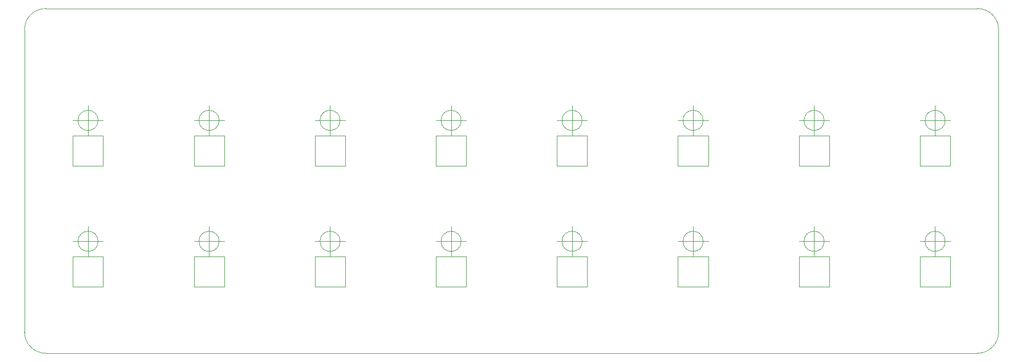
<source format=gbr>
G04 #@! TF.GenerationSoftware,KiCad,Pcbnew,(5.1.5)-3*
G04 #@! TF.CreationDate,2020-07-04T05:03:46+02:00*
G04 #@! TF.ProjectId,buttonboard,62757474-6f6e-4626-9f61-72642e6b6963,rev?*
G04 #@! TF.SameCoordinates,Original*
G04 #@! TF.FileFunction,Profile,NP*
%FSLAX46Y46*%
G04 Gerber Fmt 4.6, Leading zero omitted, Abs format (unit mm)*
G04 Created by KiCad (PCBNEW (5.1.5)-3) date 2020-07-04 05:03:46*
%MOMM*%
%LPD*%
G04 APERTURE LIST*
%ADD10C,0.050000*%
%ADD11C,0.120000*%
G04 APERTURE END LIST*
D10*
X83000000Y-228500000D02*
G75*
G02X79500000Y-225000000I0J3500000D01*
G01*
X79500000Y-175000000D02*
G75*
G02X83000000Y-171500000I3500000J0D01*
G01*
X237000000Y-171500000D02*
G75*
G02X240500000Y-175000000I0J-3500000D01*
G01*
X240500000Y-225000000D02*
G75*
G02X237000000Y-228500000I-3500000J0D01*
G01*
X83000000Y-228500000D02*
X237000000Y-228500000D01*
X79500000Y-175000000D02*
X79500000Y-225000000D01*
X237000000Y-171500000D02*
X83000000Y-171500000D01*
X240500000Y-225000000D02*
X240500000Y-175000000D01*
X131666666Y-210000000D02*
G75*
G03X131666666Y-210000000I-1666666J0D01*
G01*
X127500000Y-210000000D02*
X132500000Y-210000000D01*
X130000000Y-207500000D02*
X130000000Y-212500000D01*
X91666666Y-210000000D02*
G75*
G03X91666666Y-210000000I-1666666J0D01*
G01*
X87500000Y-210000000D02*
X92500000Y-210000000D01*
X90000000Y-207500000D02*
X90000000Y-212500000D01*
X111666666Y-210000000D02*
G75*
G03X111666666Y-210000000I-1666666J0D01*
G01*
X107500000Y-210000000D02*
X112500000Y-210000000D01*
X110000000Y-207500000D02*
X110000000Y-212500000D01*
X231666666Y-210000000D02*
G75*
G03X231666666Y-210000000I-1666666J0D01*
G01*
X227500000Y-210000000D02*
X232500000Y-210000000D01*
X230000000Y-207500000D02*
X230000000Y-212500000D01*
X191666666Y-210000000D02*
G75*
G03X191666666Y-210000000I-1666666J0D01*
G01*
X187500000Y-210000000D02*
X192500000Y-210000000D01*
X190000000Y-207500000D02*
X190000000Y-212500000D01*
X211666666Y-210000000D02*
G75*
G03X211666666Y-210000000I-1666666J0D01*
G01*
X207500000Y-210000000D02*
X212500000Y-210000000D01*
X210000000Y-207500000D02*
X210000000Y-212500000D01*
X171666666Y-210000000D02*
G75*
G03X171666666Y-210000000I-1666666J0D01*
G01*
X167500000Y-210000000D02*
X172500000Y-210000000D01*
X170000000Y-207500000D02*
X170000000Y-212500000D01*
X151666666Y-210000000D02*
G75*
G03X151666666Y-210000000I-1666666J0D01*
G01*
X147500000Y-210000000D02*
X152500000Y-210000000D01*
X150000000Y-207500000D02*
X150000000Y-212500000D01*
X231666666Y-190000000D02*
G75*
G03X231666666Y-190000000I-1666666J0D01*
G01*
X227500000Y-190000000D02*
X232500000Y-190000000D01*
X230000000Y-187500000D02*
X230000000Y-192500000D01*
X211666666Y-190000000D02*
G75*
G03X211666666Y-190000000I-1666666J0D01*
G01*
X207500000Y-190000000D02*
X212500000Y-190000000D01*
X210000000Y-187500000D02*
X210000000Y-192500000D01*
X191666666Y-190000000D02*
G75*
G03X191666666Y-190000000I-1666666J0D01*
G01*
X187500000Y-190000000D02*
X192500000Y-190000000D01*
X190000000Y-187500000D02*
X190000000Y-192500000D01*
X171666666Y-190000000D02*
G75*
G03X171666666Y-190000000I-1666666J0D01*
G01*
X167500000Y-190000000D02*
X172500000Y-190000000D01*
X170000000Y-187500000D02*
X170000000Y-192500000D01*
X151666666Y-190000000D02*
G75*
G03X151666666Y-190000000I-1666666J0D01*
G01*
X147500000Y-190000000D02*
X152500000Y-190000000D01*
X150000000Y-187500000D02*
X150000000Y-192500000D01*
X131666666Y-190000000D02*
G75*
G03X131666666Y-190000000I-1666666J0D01*
G01*
X127500000Y-190000000D02*
X132500000Y-190000000D01*
X130000000Y-187500000D02*
X130000000Y-192500000D01*
X111666666Y-190000000D02*
G75*
G03X111666666Y-190000000I-1666666J0D01*
G01*
X107500000Y-190000000D02*
X112500000Y-190000000D01*
X110000000Y-187500000D02*
X110000000Y-192500000D01*
X91666666Y-190000000D02*
G75*
G03X91666666Y-190000000I-1666666J0D01*
G01*
X87500000Y-190000000D02*
X92500000Y-190000000D01*
X90000000Y-187500000D02*
X90000000Y-192500000D01*
D11*
X107500000Y-197500000D02*
X107500000Y-192500000D01*
X112500000Y-197500000D02*
X107500000Y-197500000D01*
X112500000Y-192500000D02*
X112500000Y-197500000D01*
X107500000Y-192500000D02*
X112500000Y-192500000D01*
X147500000Y-217500000D02*
X147500000Y-212500000D01*
X152500000Y-217500000D02*
X147500000Y-217500000D01*
X152500000Y-212500000D02*
X152500000Y-217500000D01*
X147500000Y-212500000D02*
X152500000Y-212500000D01*
X187500000Y-217500000D02*
X187500000Y-212500000D01*
X192500000Y-217500000D02*
X187500000Y-217500000D01*
X192500000Y-212500000D02*
X192500000Y-217500000D01*
X187500000Y-212500000D02*
X192500000Y-212500000D01*
X167500000Y-217500000D02*
X167500000Y-212500000D01*
X172500000Y-217500000D02*
X167500000Y-217500000D01*
X172500000Y-212500000D02*
X172500000Y-217500000D01*
X167500000Y-212500000D02*
X172500000Y-212500000D01*
X207500000Y-217500000D02*
X207500000Y-212500000D01*
X212500000Y-217500000D02*
X207500000Y-217500000D01*
X212500000Y-212500000D02*
X212500000Y-217500000D01*
X207500000Y-212500000D02*
X212500000Y-212500000D01*
X227500000Y-217500000D02*
X227500000Y-212500000D01*
X232500000Y-217500000D02*
X227500000Y-217500000D01*
X232500000Y-212500000D02*
X232500000Y-217500000D01*
X227500000Y-212500000D02*
X232500000Y-212500000D01*
X227500000Y-197500000D02*
X227500000Y-192500000D01*
X232500000Y-197500000D02*
X227500000Y-197500000D01*
X232500000Y-192500000D02*
X232500000Y-197500000D01*
X227500000Y-192500000D02*
X232500000Y-192500000D01*
X207500000Y-197500000D02*
X207500000Y-192500000D01*
X212500000Y-197500000D02*
X207500000Y-197500000D01*
X212500000Y-192500000D02*
X212500000Y-197500000D01*
X207500000Y-192500000D02*
X212500000Y-192500000D01*
X187500000Y-197500000D02*
X187500000Y-192500000D01*
X192500000Y-197500000D02*
X187500000Y-197500000D01*
X192500000Y-192500000D02*
X192500000Y-197500000D01*
X187500000Y-192500000D02*
X192500000Y-192500000D01*
X167500000Y-197500000D02*
X167500000Y-192500000D01*
X172500000Y-197500000D02*
X167500000Y-197500000D01*
X172500000Y-192500000D02*
X172500000Y-197500000D01*
X167500000Y-192500000D02*
X172500000Y-192500000D01*
X147500000Y-197500000D02*
X147500000Y-192500000D01*
X152500000Y-197500000D02*
X147500000Y-197500000D01*
X152500000Y-192500000D02*
X152500000Y-197500000D01*
X147500000Y-192500000D02*
X152500000Y-192500000D01*
X127500000Y-217500000D02*
X127500000Y-212500000D01*
X132500000Y-217500000D02*
X127500000Y-217500000D01*
X132500000Y-212500000D02*
X132500000Y-217500000D01*
X127500000Y-212500000D02*
X132500000Y-212500000D01*
X127500000Y-197500000D02*
X127500000Y-192500000D01*
X132500000Y-197500000D02*
X127500000Y-197500000D01*
X132500000Y-192500000D02*
X132500000Y-197500000D01*
X127500000Y-192500000D02*
X132500000Y-192500000D01*
X107500000Y-217500000D02*
X107500000Y-212500000D01*
X112500000Y-217500000D02*
X107500000Y-217500000D01*
X112500000Y-212500000D02*
X112500000Y-217500000D01*
X107500000Y-212500000D02*
X112500000Y-212500000D01*
X87500000Y-217500000D02*
X87500000Y-212500000D01*
X92500000Y-217500000D02*
X87500000Y-217500000D01*
X92500000Y-212500000D02*
X92500000Y-217500000D01*
X87500000Y-212500000D02*
X92500000Y-212500000D01*
X87500000Y-197500000D02*
X87500000Y-192500000D01*
X92500000Y-197500000D02*
X87500000Y-197500000D01*
X92500000Y-192500000D02*
X92500000Y-197500000D01*
X87500000Y-192500000D02*
X92500000Y-192500000D01*
M02*

</source>
